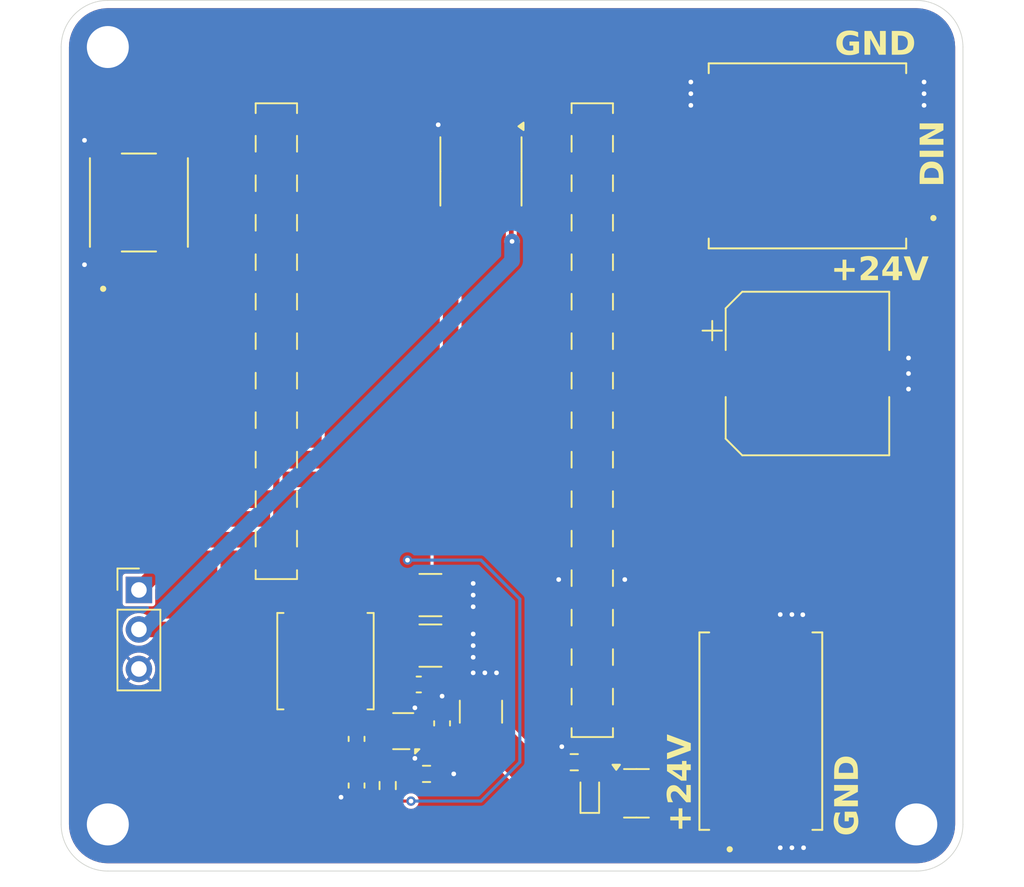
<source format=kicad_pcb>
(kicad_pcb (version 20241229) (generator "pcbnew") (generator_version "9.0")
  (layers (0 "F.Cu" signal) (2 "B.Cu" signal) (13 "F.Paste" user) (15 "B.Paste" user) (5 "F.SilkS" user "F.Silkscreen") (7 "B.SilkS" user "B.Silkscreen") (1 "F.Mask" user) (3 "B.Mask" user) (25 "Edge.Cuts" user))
  (net 0 "")
  (net 1 "GND")
  (net 2 "/regulator_in")
  (net 3 "Net-(U1-SS)")
  (net 4 "Net-(U1-BST)")
  (net 5 "Net-(U1-SW)")
  (net 6 "+5V")
  (net 7 "Net-(D1-A)")
  (net 8 "+24V")
  (net 9 "/D_{IN}")
  (net 10 "+3.3V")
  (net 11 "Net-(U1-FB)")
  (net 12 "Net-(U2-P0.04)")
  (net 33 "Net-(U2-P0.20)")
  (footprint "B3FS-1010:SW_B3FS-1010P" (layer "F.Cu") (at 26 34 90)
    (property "Reference" "S1" (hide yes))
    (property "Value" "B3FS-1010P")
    (fp_line (start -2.85 -3.15) (end 2.85 -3.15) (stroke (width 0.127)) (layer "F.SilkS"))
    (fp_line (start 3.15 -1.1) (end 3.15 1.1) (stroke (width 0.127)) (layer "F.SilkS"))
    (fp_line (start -3.15 1.1) (end -3.15 -1.1) (stroke (width 0.127)) (layer "F.SilkS"))
    (fp_line (start -2.85 3.15) (end 2.85 3.15) (stroke (width 0.127)) (layer "F.SilkS"))
    (fp_circle (center -5.55 -2.3) (end -5.45 -2.3) (stroke (width 0.2)) (fill no) (layer "F.SilkS"))
    (pad "1" smd rect (at -4 -2.25 90) (size 1.6 1.4) (layers "F.Cu" "F.Mask" "F.Paste") (net 1 "GND"))
    (pad "1" smd rect (at 4 -2.25 90) (size 1.6 1.4) (layers "F.Cu" "F.Mask" "F.Paste") (net 1 "GND"))
    (pad "2" smd rect (at -4 2.25 90) (size 1.6 1.4) (layers "F.Cu" "F.Mask" "F.Paste") (net 12 "Net-(U2-P0.04)"))
    (pad "2" smd rect (at 4 2.25 90) (size 1.6 1.4) (layers "F.Cu" "F.Mask" "F.Paste") (net 12 "Net-(U2-P0.04)"))
  )
  (footprint "MountingHole:MountingHole_2.7mm_M2.5_ISO7380_Pad" (layer "F.Cu") (at 24 24)
    (property "Reference" "H1" (hide yes))
    (property "Value" "MountingHole_Pad")
    (pad "1" thru_hole circle (at 0 0) (size 4.5 4.5) (drill 2.7) (layers "*.Cu" "*.Mask") (net 1 "GND"))
  )
  (footprint "Capacitor_SMD:C_0603_1608Metric" (layer "F.Cu") (at 44 65)
    (property "Reference" "C5" (hide yes))
    (property "Value" "0.1uF")
    (fp_line (start -0.14058 -0.51) (end 0.14058 -0.51) (stroke (width 0.12)) (layer "F.SilkS"))
    (fp_line (start -0.14058 0.51) (end 0.14058 0.51) (stroke (width 0.12)) (layer "F.SilkS"))
    (pad "1" smd roundrect (at -0.775 0) (size 0.9 0.95) (layers "F.Cu" "F.Mask" "F.Paste") (net 6 "+5V"))
    (pad "2" smd roundrect (at 0.775 0) (size 0.9 0.95) (layers "F.Cu" "F.Mask" "F.Paste") (net 1 "GND"))
  )
  (footprint "Resistor_SMD:R_0603_1608Metric" (layer "F.Cu") (at 42 71.5 90)
    (property "Reference" "R2" (hide yes))
    (property "Value" "Vchoice")
    (fp_line (start -0.237258 -0.5225) (end 0.237258 -0.5225) (stroke (width 0.12)) (layer "F.SilkS"))
    (fp_line (start -0.237258 0.5225) (end 0.237258 0.5225) (stroke (width 0.12)) (layer "F.SilkS"))
    (pad "1" smd roundrect (at -0.825 0 90) (size 0.8 0.95) (layers "F.Cu" "F.Mask" "F.Paste") (net 6 "+5V"))
    (pad "2" smd roundrect (at 0.825 0 90) (size 0.8 0.95) (layers "F.Cu" "F.Mask" "F.Paste") (net 11 "Net-(U1-FB)"))
  )
  (footprint "Capacitor_SMD:CP_Elec_10x10" (layer "F.Cu") (at 69 45)
    (property "Reference" "C8" (hide yes))
    (property "Value" "C_Polarized")
    (fp_line (start -6.75 -2.76) (end -5.5 -2.76) (stroke (width 0.12)) (layer "F.SilkS"))
    (fp_line (start -6.125 -3.385) (end -6.125 -2.135) (stroke (width 0.12)) (layer "F.SilkS"))
    (fp_line (start -5.26 -4.195563) (end -5.26 -1.51) (stroke (width 0.12)) (layer "F.SilkS"))
    (fp_line (start -5.26 -4.195563) (end -4.195563 -5.26) (stroke (width 0.12)) (layer "F.SilkS"))
    (fp_line (start -5.26 4.195563) (end -5.26 1.51) (stroke (width 0.12)) (layer "F.SilkS"))
    (fp_line (start -5.26 4.195563) (end -4.195563 5.26) (stroke (width 0.12)) (layer "F.SilkS"))
    (fp_line (start -4.195563 -5.26) (end 5.26 -5.26) (stroke (width 0.12)) (layer "F.SilkS"))
    (fp_line (start -4.195563 5.26) (end 5.26 5.26) (stroke (width 0.12)) (layer "F.SilkS"))
    (fp_line (start 5.26 -5.26) (end 5.26 -1.51) (stroke (width 0.12)) (layer "F.SilkS"))
    (fp_line (start 5.26 5.26) (end 5.26 1.51) (stroke (width 0.12)) (layer "F.SilkS"))
    (pad "1" smd roundrect (at -4 0) (size 4 2.5) (layers "F.Cu" "F.Mask" "F.Paste") (roundrect_rratio 0.1) (net 8 "+24V"))
    (pad "2" smd roundrect (at 4 0) (size 4 2.5) (layers "F.Cu" "F.Mask" "F.Paste") (roundrect_rratio 0.1) (net 1 "GND"))
  )
  (footprint "Connector_PinHeader_2.54mm:PinHeader_1x03_P2.54mm_Vertical" (layer "F.Cu") (at 26 58.92)
    (property "Reference" "J3" (hide yes))
    (property "Value" "Conn_01x03_Pin")
    (fp_line (start -1.38 -1.38) (end 0 -1.38) (stroke (width 0.12)) (layer "F.SilkS"))
    (fp_line (start -1.38 0) (end -1.38 -1.38) (stroke (width 0.12)) (layer "F.SilkS"))
    (fp_line (start -1.38 1.27) (end -1.38 6.46) (stroke (width 0.12)) (layer "F.SilkS"))
    (fp_line (start -1.38 1.27) (end 1.38 1.27) (stroke (width 0.12)) (layer "F.SilkS"))
    (fp_line (start -1.38 6.46) (end 1.38 6.46) (stroke (width 0.12)) (layer "F.SilkS"))
    (fp_line (start 1.38 1.27) (end 1.38 6.46) (stroke (width 0.12)) (layer "F.SilkS"))
    (pad "1" thru_hole rect (at 0 0) (size 1.7 1.7) (drill 1) (layers "*.Cu" "*.Mask") (net 10 "+3.3V"))
    (pad "2" thru_hole circle (at 0 2.54) (size 1.7 1.7) (drill 1) (layers "*.Cu" "*.Mask") (net 6 "+5V"))
    (pad "3" thru_hole circle (at 0 5.08) (size 1.7 1.7) (drill 1) (layers "*.Cu" "*.Mask") (net 1 "GND"))
  )
  (footprint "Capacitor_SMD:C_0603_1608Metric" (layer "F.Cu") (at 40 71.5 -90)
    (property "Reference" "C3" (hide yes))
    (property "Value" "100nF")
    (fp_line (start -0.14058 0.51) (end 0.14058 0.51) (stroke (width 0.12)) (layer "F.SilkS"))
    (fp_line (start -0.14058 -0.51) (end 0.14058 -0.51) (stroke (width 0.12)) (layer "F.SilkS"))
    (pad "1" smd roundrect (at -0.775 0 270) (size 0.9 0.95) (layers "F.Cu" "F.Mask" "F.Paste") (net 3 "Net-(U1-SS)"))
    (pad "2" smd roundrect (at 0.775 0 270) (size 0.9 0.95) (layers "F.Cu" "F.Mask" "F.Paste") (net 1 "GND"))
  )
  (footprint "pink_panda:pink_panda_SMD" (layer "F.Cu") (at 45 48)
    (property "Reference" "U2" (hide yes))
    (property "Value" "Pink Panda v2.1.0")
    (fp_line (start -11.49 -20.38) (end -11.49 -19.75) (stroke (width 0.12)) (layer "F.SilkS"))
    (fp_line (start -11.49 -20.38) (end -8.83 -20.38) (stroke (width 0.12)) (layer "F.SilkS"))
    (fp_line (start -11.49 -18.288) (end -11.49 -17.272) (stroke (width 0.12)) (layer "F.SilkS"))
    (fp_line (start -11.49 -15.748) (end -11.49 -14.732) (stroke (width 0.12)) (layer "F.SilkS"))
    (fp_line (start -11.49 -13.208) (end -11.49 -12.192) (stroke (width 0.12)) (layer "F.SilkS"))
    (fp_line (start -11.49 -10.668) (end -11.49 -9.652) (stroke (width 0.12)) (layer "F.SilkS"))
    (fp_line (start -11.49 -8.128) (end -11.49 -7.112) (stroke (width 0.12)) (layer "F.SilkS"))
    (fp_line (start -11.49 -5.588) (end -11.49 -4.572) (stroke (width 0.12)) (layer "F.SilkS"))
    (fp_line (start -11.49 -3.048) (end -11.49 -2.032) (stroke (width 0.12)) (layer "F.SilkS"))
    (fp_line (start -11.49 -0.508) (end -11.49 0.508) (stroke (width 0.12)) (layer "F.SilkS"))
    (fp_line (start -11.49 2.032) (end -11.49 3.048) (stroke (width 0.12)) (layer "F.SilkS"))
    (fp_line (start -11.49 4.572) (end -11.49 5.588) (stroke (width 0.12)) (layer "F.SilkS"))
    (fp_line (start -11.49 7.112) (end -11.49 8.128) (stroke (width 0.12)) (layer "F.SilkS"))
    (fp_line (start -11.49 9.65) (end -11.49 10.22) (stroke (width 0.12)) (layer "F.SilkS"))
    (fp_line (start -11.49 10.22) (end -8.83 10.22) (stroke (width 0.12)) (layer "F.SilkS"))
    (fp_line (start -8.83 -20.38) (end -8.83 -19.75) (stroke (width 0.12)) (layer "F.SilkS"))
    (fp_line (start -8.83 -18.288) (end -8.83 -17.272) (stroke (width 0.12)) (layer "F.SilkS"))
    (fp_line (start -8.83 -15.748) (end -8.83 -14.732) (stroke (width 0.12)) (layer "F.SilkS"))
    (fp_line (start -8.83 -13.208) (end -8.83 -12.192) (stroke (width 0.12)) (layer "F.SilkS"))
    (fp_line (start -8.83 -10.668) (end -8.83 -9.652) (stroke (width 0.12)) (layer "F.SilkS"))
    (fp_line (start -8.83 -8.128) (end -8.83 -7.112) (stroke (width 0.12)) (layer "F.SilkS"))
    (fp_line (start -8.83 -5.588) (end -8.83 -4.572) (stroke (width 0.12)) (layer "F.SilkS"))
    (fp_line (start -8.83 -3.048) (end -8.83 -2.032) (stroke (width 0.12)) (layer "F.SilkS"))
    (fp_line (start -8.83 -0.508) (end -8.83 0.508) (stroke (width 0.12)) (layer "F.SilkS"))
    (fp_line (start -8.83 2.032) (end -8.83 3.048) (stroke (width 0.12)) (layer "F.SilkS"))
    (fp_line (start -8.83 4.572) (end -8.83 5.588) (stroke (width 0.12)) (layer "F.SilkS"))
    (fp_line (start -8.83 7.112) (end -8.83 8.128) (stroke (width 0.12)) (layer "F.SilkS"))
    (fp_line (start -8.83 9.65) (end -8.83 10.22) (stroke (width 0.12)) (layer "F.SilkS"))
    (fp_line (start 8.83 -20.38) (end 8.83 -19.75) (stroke (width 0.12)) (layer "F.SilkS"))
    (fp_line (start 8.83 -20.38) (end 11.49 -20.38) (stroke (width 0.12)) (layer "F.SilkS"))
    (fp_line (start 8.83 -18.288) (end 8.83 -17.272) (stroke (width 0.12)) (layer "F.SilkS"))
    (fp_line (start 8.83 -15.748) (end 8.83 -14.732) (stroke (width 0.12)) (layer "F.SilkS"))
    (fp_line (start 8.83 -13.208) (end 8.83 -12.192) (stroke (width 0.12)) (layer "F.SilkS"))
    (fp_line (start 8.83 -10.668) (end 8.83 -9.652) (stroke (width 0.12)) (layer "F.SilkS"))
    (fp_line (start 8.83 -8.128) (end 8.83 -7.112) (stroke (width 0.12)) (layer "F.SilkS"))
    (fp_line (start 8.83 -5.588) (end 8.83 -4.572) (stroke (width 0.12)) (layer "F.SilkS"))
    (fp_line (start 8.83 -3.048) (end 8.83 -2.032) (stroke (width 0.12)) (layer "F.SilkS"))
    (fp_line (start 8.83 -0.508) (end 8.83 0.508) (stroke (width 0.12)) (layer "F.SilkS"))
    (fp_line (start 8.83 2.032) (end 8.83 3.048) (stroke (width 0.12)) (layer "F.SilkS"))
    (fp_line (start 8.83 4.572) (end 8.83 5.588) (stroke (width 0.12)) (layer "F.SilkS"))
    (fp_line (start 8.83 7.112) (end 8.83 8.128) (stroke (width 0.12)) (layer "F.SilkS"))
    (fp_line (start 8.83 9.652) (end 8.83 10.668) (stroke (width 0.12)) (layer "F.SilkS"))
    (fp_line (start 8.83 12.192) (end 8.83 13.208) (stroke (width 0.12)) (layer "F.SilkS"))
    (fp_line (start 8.83 14.732) (end 8.83 15.748) (stroke (width 0.12)) (layer "F.SilkS"))
    (fp_line (start 8.83 17.272) (end 8.83 18.288) (stroke (width 0.12)) (layer "F.SilkS"))
    (fp_line (start 8.83 19.81) (end 8.83 20.38) (stroke (width 0.12)) (layer "F.SilkS"))
    (fp_line (start 8.83 20.38) (end 11.49 20.38) (stroke (width 0.12)) (layer "F.SilkS"))
    (fp_line (start 11.49 -20.38) (end 11.49 -19.75) (stroke (width 0.12)) (layer "F.SilkS"))
    (fp_line (start 11.49 -18.288) (end 11.49 -17.272) (stroke (width 0.12)) (layer "F.SilkS"))
    (fp_line (start 11.49 -15.748) (end 11.49 -14.732) (stroke (width 0.12)) (layer "F.SilkS"))
    (fp_line (start 11.49 -13.208) (end 11.49 -12.192) (stroke (width 0.12)) (layer "F.SilkS"))
    (fp_line (start 11.49 -10.668) (end 11.49 -9.652) (stroke (width 0.12)) (layer "F.SilkS"))
    (fp_line (start 11.49 -8.128) (end 11.49 -7.112) (stroke (width 0.12)) (layer "F.SilkS"))
    (fp_line (start 11.49 -5.588) (end 11.49 -4.572) (stroke (width 0.12)) (layer "F.SilkS"))
    (fp_line (start 11.49 -3.048) (end 11.49 -2.032) (stroke (width 0.12)) (layer "F.SilkS"))
    (fp_line (start 11.49 -0.508) (end 11.49 0.508) (stroke (width 0.12)) (layer "F.SilkS"))
    (fp_line (start 11.49 2.032) (end 11.49 3.048) (stroke (width 0.12)) (layer "F.SilkS"))
    (fp_line (start 11.49 4.572) (end 11.49 5.588) (stroke (width 0.12)) (layer "F.SilkS"))
    (fp_line (start 11.49 7.112) (end 11.49 8.128) (stroke (width 0.12)) (layer "F.SilkS"))
    (fp_line (start 11.49 9.652) (end 11.49 10.668) (stroke (width 0.12)) (layer "F.SilkS"))
    (fp_line (start 11.49 12.192) (end 11.49 13.208) (stroke (width 0.12)) (layer "F.SilkS"))
    (fp_line (start 11.49 14.732) (end 11.49 15.748) (stroke (width 0.12)) (layer "F.SilkS"))
    (fp_line (start 11.49 17.272) (end 11.49 18.288) (stroke (width 0.12)) (layer "F.SilkS"))
    (fp_line (start 11.49 19.81) (end 11.49 20.38) (stroke (width 0.12)) (layer "F.SilkS"))
    (pad "1" smd rect (at -11.815 -19.05) (size 2.51 1) (layers "F.Cu" "F.Mask" "F.Paste"))
    (pad "1" smd rect (at -8.505 -19.05) (size 2.51 1) (layers "F.Cu" "F.Mask" "F.Paste"))
    (pad "2" smd rect (at -11.815 -16.51) (size 2.51 1) (layers "F.Cu" "F.Mask" "F.Paste"))
    (pad "2" smd rect (at -8.505 -16.51) (size 2.51 1) (layers "F.Cu" "F.Mask" "F.Paste"))
    (pad "3" smd rect (at -11.815 -13.97) (size 2.51 1) (layers "F.Cu" "F.Mask" "F.Paste") (net 12 "Net-(U2-P0.04)"))
    (pad "3" smd rect (at -8.505 -13.97) (size 2.51 1) (layers "F.Cu" "F.Mask" "F.Paste") (net 12 "Net-(U2-P0.04)"))
    (pad "4" smd rect (at -11.815 -11.43) (size 2.51 1) (layers "F.Cu" "F.Mask" "F.Paste"))
    (pad "4" smd rect (at -8.505 -11.43) (size 2.51 1) (layers "F.Cu" "F.Mask" "F.Paste"))
    (pad "5" smd rect (at -11.815 -8.89) (size 2.51 1) (layers "F.Cu" "F.Mask" "F.Paste"))
    (pad "5" smd rect (at -8.505 -8.89) (size 2.51 1) (layers "F.Cu" "F.Mask" "F.Paste"))
    (pad "6" smd rect (at -11.815 -6.35) (size 2.51 1) (layers "F.Cu" "F.Mask" "F.Paste"))
    (pad "6" smd rect (at -8.505 -6.35) (size 2.51 1) (layers "F.Cu" "F.Mask" "F.Paste"))
    (pad "7" smd rect (at -11.815 -3.81) (size 2.51 1) (layers "F.Cu" "F.Mask" "F.Paste"))
    (pad "7" smd rect (at -8.505 -3.81) (size 2.51 1) (layers "F.Cu" "F.Mask" "F.Paste"))
    (pad "8" smd rect (at -11.815 -1.27) (size 2.51 1) (layers "F.Cu" "F.Mask" "F.Paste"))
    (pad "8" smd rect (at -8.505 -1.27) (size 2.51 1) (layers "F.Cu" "F.Mask" "F.Paste"))
    (pad "9" smd rect (at -11.815 1.27) (size 2.51 1) (layers "F.Cu" "F.Mask" "F.Paste"))
    (pad "9" smd rect (at -8.505 1.27) (size 2.51 1) (layers "F.Cu" "F.Mask" "F.Paste"))
    (pad "10" smd rect (at -11.815 3.81) (size 2.51 1) (layers "F.Cu" "F.Mask" "F.Paste"))
    (pad "10" smd rect (at -8.505 3.81) (size 2.51 1) (layers "F.Cu" "F.Mask" "F.Paste"))
    (pad "11" smd rect (at -11.815 6.35) (size 2.51 1) (layers "F.Cu" "F.Mask" "F.Paste"))
    (pad "11" smd rect (at -8.505 6.35) (size 2.51 1) (layers "F.Cu" "F.Mask" "F.Paste"))
    (pad "12" smd rect (at -11.815 8.89) (size 2.51 1) (layers "F.Cu" "F.Mask" "F.Paste") (net 6 "+5V"))
    (pad "12" smd rect (at -8.505 8.89) (size 2.51 1) (layers "F.Cu" "F.Mask" "F.Paste") (net 6 "+5V"))
    (pad "13" smd rect (at 8.505 -19.05) (size 2.51 1) (layers "F.Cu" "F.Mask" "F.Paste") (net 33 "Net-(U2-P0.20)"))
    (pad "13" smd rect (at 11.815 -19.05) (size 2.51 1) (layers "F.Cu" "F.Mask" "F.Paste") (net 33 "Net-(U2-P0.20)"))
    (pad "14" smd rect (at 8.505 -16.51) (size 2.51 1) (layers "F.Cu" "F.Mask" "F.Paste"))
    (pad "14" smd rect (at 11.815 -16.51) (size 2.51 1) (layers "F.Cu" "F.Mask" "F.Paste"))
    (pad "15" smd rect (at 8.505 -13.97) (size 2.51 1) (layers "F.Cu" "F.Mask" "F.Paste"))
    (pad "15" smd rect (at 11.815 -13.97) (size 2.51 1) (layers "F.Cu" "F.Mask" "F.Paste"))
    (pad "16" smd rect (at 8.505 -11.43) (size 2.51 1) (layers "F.Cu" "F.Mask" "F.Paste"))
    (pad "16" smd rect (at 11.815 -11.43) (size 2.51 1) (layers "F.Cu" "F.Mask" "F.Paste"))
    (pad "17" smd rect (at 8.505 -8.89) (size 2.51 1) (layers "F.Cu" "F.Mask" "F.Paste"))
    (pad "17" smd rect (at 11.815 -8.89) (size 2.51 1) (layers "F.Cu" "F.Mask" "F.Paste"))
    (pad "18" smd rect (at 8.505 -6.35) (size 2.51 1) (layers "F.Cu" "F.Mask" "F.Paste"))
    (pad "18" smd rect (at 11.815 -6.35) (size 2.51 1) (layers "F.Cu" "F.Mask" "F.Paste"))
    (pad "19" smd rect (at 8.505 -3.81) (size 2.51 1) (layers "F.Cu" "F.Mask" "F.Paste"))
    (pad "19" smd rect (at 11.815 -3.81) (size 2.51 1) (layers "F.Cu" "F.Mask" "F.Paste"))
    (pad "20" smd rect (at 8.505 -1.27) (size 2.51 1) (layers "F.Cu" "F.Mask" "F.Paste"))
    (pad "20" smd rect (at 11.815 -1.27) (size 2.51 1) (layers "F.Cu" "F.Mask" "F.Paste"))
    (pad "21" smd rect (at 8.505 1.27) (size 2.51 1) (layers "F.Cu" "F.Mask" "F.Paste"))
    (pad "21" smd rect (at 11.815 1.27) (size 2.51 1) (layers "F.Cu" "F.Mask" "F.Paste"))
    (pad "22" smd rect (at 8.505 3.81) (size 2.51 1) (layers "F.Cu" "F.Mask" "F.Paste"))
    (pad "22" smd rect (at 11.815 3.81) (size 2.51 1) (layers "F.Cu" "F.Mask" "F.Paste"))
    (pad "23" smd rect (at 8.505 6.35) (size 2.51 1) (layers "F.Cu" "F.Mask" "F.Paste"))
    (pad "23" smd rect (at 11.815 6.35) (size 2.51 1) (layers "F.Cu" "F.Mask" "F.Paste"))
    (pad "24" smd rect (at 8.505 8.89) (size 2.51 1) (layers "F.Cu" "F.Mask" "F.Paste"))
    (pad "24" smd rect (at 11.815 8.89) (size 2.51 1) (layers "F.Cu" "F.Mask" "F.Paste"))
    (pad "25" smd rect (at 8.505 11.43) (size 2.51 1) (layers "F.Cu" "F.Mask" "F.Paste") (net 1 "GND"))
    (pad "25" smd rect (at 11.815 11.43) (size 2.51 1) (layers "F.Cu" "F.Mask" "F.Paste") (net 1 "GND"))
    (pad "26" smd rect (at 8.505 13.97) (size 2.51 1) (layers "F.Cu" "F.Mask" "F.Paste"))
    (pad "26" smd rect (at 11.815 13.97) (size 2.51 1) (layers "F.Cu" "F.Mask" "F.Paste"))
    (pad "27" smd rect (at 8.505 16.51) (size 2.51 1) (layers "F.Cu" "F.Mask" "F.Paste") (net 10 "+3.3V"))
    (pad "27" smd rect (at 11.815 16.51) (size 2.51 1) (layers "F.Cu" "F.Mask" "F.Paste") (net 10 "+3.3V"))
    (pad "28" smd rect (at 8.505 19.05) (size 2.51 1) (layers "F.Cu" "F.Mask" "F.Paste"))
    (pad "28" smd rect (at 11.815 19.05) (size 2.51 1) (layers "F.Cu" "F.Mask" "F.Paste"))
  )
  (footprint "Resistor_SMD:R_0603_1608Metric" (layer "F.Cu") (at 44.5 70.75)
    (property "Reference" "R3" (hide yes))
    (property "Value" "10k")
    (fp_line (start -0.237258 -0.5225) (end 0.237258 -0.5225) (stroke (width 0.12)) (layer "F.SilkS"))
    (fp_line (start -0.237258 0.5225) (end 0.237258 0.5225) (stroke (width 0.12)) (layer "F.SilkS"))
    (pad "1" smd roundrect (at -0.825 0) (size 0.8 0.95) (layers "F.Cu" "F.Mask" "F.Paste") (net 11 "Net-(U1-FB)"))
    (pad "2" smd roundrect (at 0.825 0) (size 0.8 0.95) (layers "F.Cu" "F.Mask" "F.Paste") (net 1 "GND"))
  )
  (footprint "Capacitor_SMD:C_1210_3225Metric" (layer "F.Cu") (at 48 66.75 90)
    (property "Reference" "C1" (hide yes))
    (property "Value" "22uF")
    (fp_line (start -0.711252 -1.36) (end 0.711252 -1.36) (stroke (width 0.12)) (layer "F.SilkS"))
    (fp_line (start -0.711252 1.36) (end 0.711252 1.36) (stroke (width 0.12)) (layer "F.SilkS"))
    (pad "1" smd roundrect (at -1.475 0 90) (size 1.15 2.7) (layers "F.Cu" "F.Mask" "F.Paste") (roundrect_rratio 0.217391) (net 2 "/regulator_in"))
    (pad "2" smd roundrect (at 1.475 0 90) (size 1.15 2.7) (layers "F.Cu" "F.Mask" "F.Paste") (roundrect_rratio 0.217391) (net 1 "GND"))
  )
  (footprint "Capacitor_SMD:C_1210_3225Metric" (layer "F.Cu") (at 44.75 62.5)
    (property "Reference" "C6" (hide yes))
    (property "Value" "22uF")
    (fp_line (start -0.711252 -1.36) (end 0.711252 -1.36) (stroke (width 0.12)) (layer "F.SilkS"))
    (fp_line (start -0.711252 1.36) (end 0.711252 1.36) (stroke (width 0.12)) (layer "F.SilkS"))
    (pad "1" smd roundrect (at -1.475 0) (size 1.15 2.7) (layers "F.Cu" "F.Mask" "F.Paste") (roundrect_rratio 0.217391) (net 6 "+5V"))
    (pad "2" smd roundrect (at 1.475 0) (size 1.15 2.7) (layers "F.Cu" "F.Mask" "F.Paste") (roundrect_rratio 0.217391) (net 1 "GND"))
  )
  (footprint "Capacitor_SMD:C_1210_3225Metric" (layer "F.Cu") (at 44.75 59.25)
    (property "Reference" "C7" (hide yes))
    (property "Value" "22uF")
    (fp_line (start -0.711252 -1.36) (end 0.711252 -1.36) (stroke (width 0.12)) (layer "F.SilkS"))
    (fp_line (start -0.711252 1.36) (end 0.711252 1.36) (stroke (width 0.12)) (layer "F.SilkS"))
    (pad "1" smd roundrect (at -1.475 0) (size 1.15 2.7) (layers "F.Cu" "F.Mask" "F.Paste") (roundrect_rratio 0.217391) (net 6 "+5V"))
    (pad "2" smd roundrect (at 1.475 0) (size 1.15 2.7) (layers "F.Cu" "F.Mask" "F.Paste") (roundrect_rratio 0.217391) (net 1 "GND"))
  )
  (footprint "SO:TSSOP-14_4.4x5mm_P0.65mm" (layer "F.Cu") (at 48 32 -90)
    (property "Reference" "U3" (hide yes))
    (property "Value" "~")
    (fp_line (start 0 2.61) (end -2.2 2.61) (stroke (width 0.12)) (layer "F.SilkS"))
    (fp_line (start 0 2.61) (end 2.2 2.61) (stroke (width 0.12)) (layer "F.SilkS"))
    (fp_line (start 0 -2.61) (end -2.2 -2.61) (stroke (width 0.12)) (layer "F.SilkS"))
    (fp_line (start 0 -2.61) (end 2.2 -2.61) (stroke (width 0.12)) (layer "F.SilkS"))
    (fp_poly (pts (xy -2.9 -2.41) (xy -3.14 -2.74) (xy -2.66 -2.74) (xy -2.9 -2.41)) (stroke (width 0.12)) (fill yes) (layer "F.SilkS"))
    (pad "1" smd roundrect (at -2.8625 -1.95 270) (size 1.475 0.4) (layers "F.Cu" "F.Mask" "F.Paste") (net 10 "+3.3V"))
    (pad "2" smd roundrect (at -2.8625 -1.3 270) (size 1.475 0.4) (layers "F.Cu" "F.Mask" "F.Paste") (net 33 "Net-(U2-P0.20)"))
    (pad "3" smd roundrect (at -2.8625 -0.65 270) (size 1.475 0.4) (layers "F.Cu" "F.Mask" "F.Paste"))
    (pad "4" smd roundrect (at -2.8625 0 270) (size 1.475 0.4) (layers "F.Cu" "F.Mask" "F.Paste"))
    (pad "5" smd roundrect (at -2.8625 0.65 270) (size 1.475 0.4) (layers "F.Cu" "F.Mask" "F.Paste"))
    (pad "6" smd roundrect (at -2.8625 1.3 270) (size 1.475 0.4) (layers "F.Cu" "F.Mask" "F.Paste"))
    (pad "7" smd roundrect (at -2.8625 1.95 270) (size 1.475 0.4) (layers "F.Cu" "F.Mask" "F.Paste") (net 1 "GND"))
    (pad "8" smd roundrect (at 2.8625 1.95 270) (size 1.475 0.4) (layers "F.Cu" "F.Mask" "F.Paste") (net 10 "+3.3V"))
    (pad "9" smd roundrect (at 2.8625 1.3 270) (size 1.475 0.4) (layers "F.Cu" "F.Mask" "F.Paste"))
    (pad "10" smd roundrect (at 2.8625 0.65 270) (size 1.475 0.4) (layers "F.Cu" "F.Mask" "F.Paste"))
    (pad "11" smd roundrect (at 2.8625 0 270) (size 1.475 0.4) (layers "F.Cu" "F.Mask" "F.Paste"))
    (pad "12" smd roundrect (at 2.8625 -0.65 270) (size 1.475 0.4) (layers "F.Cu" "F.Mask" "F.Paste"))
    (pad "13" smd roundrect (at 2.8625 -1.3 270) (size 1.475 0.4) (layers "F.Cu" "F.Mask" "F.Paste") (net 9 "/D_{IN}"))
    (pad "14" smd roundrect (at 2.8625 -1.95 270) (size 1.475 0.4) (layers "F.Cu" "F.Mask" "F.Paste") (net 6 "+5V"))
  )
  (footprint "Resistor_SMD:R_0603_1608Metric" (layer "F.Cu") (at 54 70 180)
    (property "Reference" "R1" (hide yes))
    (property "Value" "100k")
    (fp_line (start -0.237258 0.5225) (end 0.237258 0.5225) (stroke (width 0.12)) (layer "F.SilkS"))
    (fp_line (start -0.237258 -0.5225) (end 0.237258 -0.5225) (stroke (width 0.12)) (layer "F.SilkS"))
    (pad "1" smd roundrect (at -0.825 0 180) (size 0.8 0.95) (layers "F.Cu" "F.Mask" "F.Paste") (net 7 "Net-(D1-A)"))
    (pad "2" smd roundrect (at 0.825 0 180) (size 0.8 0.95) (layers "F.Cu" "F.Mask" "F.Paste") (net 1 "GND"))
  )
  (footprint "Capacitor_SMD:C_0603_1608Metric" (layer "F.Cu") (at 40 68.5 90)
    (property "Reference" "C4" (hide yes))
    (property "Value" "100nF")
    (fp_line (start -0.14058 -0.51) (end 0.14058 -0.51) (stroke (width 0.12)) (layer "F.SilkS"))
    (fp_line (start -0.14058 0.51) (end 0.14058 0.51) (stroke (width 0.12)) (layer "F.SilkS"))
    (pad "1" smd roundrect (at -0.775 0 90) (size 0.9 0.95) (layers "F.Cu" "F.Mask" "F.Paste") (net 4 "Net-(U1-BST)"))
    (pad "2" smd roundrect (at 0.775 0 90) (size 0.9 0.95) (layers "F.Cu" "F.Mask" "F.Paste") (net 5 "Net-(U1-SW)"))
  )
  (footprint "MountingHole:MountingHole_2.7mm_M2.5_ISO7380_Pad" (layer "F.Cu") (at 76 74)
    (property "Reference" "H4" (hide yes))
    (property "Value" "MountingHole_Pad")
    (pad "1" thru_hole circle (at 0 0) (size 4.5 4.5) (drill 2.7) (layers "*.Cu" "*.Mask") (net 1 "GND"))
  )
  (footprint "SOT:SOT-23F" (layer "F.Cu") (at 58 72)
    (property "Reference" "Q1" (hide yes))
    (property "Value" "Q_Toshiba_SSM3J328R")
    (fp_line (start 0 -1.56) (end -0.8 -1.56) (stroke (width 0.12)) (layer "F.SilkS"))
    (fp_line (start 0 -1.56) (end 0.8 -1.56) (stroke (width 0.12)) (layer "F.SilkS"))
    (fp_line (start 0 1.56) (end -0.8 1.56) (stroke (width 0.12)) (layer "F.SilkS"))
    (fp_line (start 0 1.56) (end 0.8 1.56) (stroke (width 0.12)) (layer "F.SilkS"))
    (fp_poly (pts (xy -1.3 -1.51) (xy -1.54 -1.84) (xy -1.06 -1.84) (xy -1.3 -1.51)) (stroke (width 0.12)) (fill yes) (layer "F.SilkS"))
    (pad "1" smd roundrect (at -1.1 -0.95) (size 0.9 0.8) (layers "F.Cu" "F.Mask" "F.Paste") (net 7 "Net-(D1-A)"))
    (pad "2" smd roundrect (at -1.1 0.95) (size 0.9 0.8) (layers "F.Cu" "F.Mask" "F.Paste") (net 2 "/regulator_in"))
    (pad "3" smd roundrect (at 1.1 0) (size 0.9 0.8) (layers "F.Cu" "F.Mask" "F.Paste") (net 8 "+24V"))
  )
  (footprint "MountingHole:MountingHole_2.7mm_M2.5_ISO7380_Pad" (layer "F.Cu") (at 24 74)
    (property "Reference" "H3" (hide yes))
    (property "Value" "MountingHole_Pad")
    (pad "1" thru_hole circle (at 0 0) (size 4.5 4.5) (drill 2.7) (layers "*.Cu" "*.Mask") (net 1 "GND"))
  )
  (footprint "Inductor:L_TDK_VLS6045EX_VLS6045AF" (layer "F.Cu") (at 38 63.5 90)
    (property "Reference" "L1" (hide yes))
    (property "Value" "6.8uH")
    (fp_line (start 3.1 -3.1) (end 3.1 -2.7) (stroke (width 0.12)) (layer "F.SilkS"))
    (fp_line (start -3.1 -3.1) (end 3.1 -3.1) (stroke (width 0.12)) (layer "F.SilkS"))
    (fp_line (start -3.1 -3.1) (end -3.1 -2.7) (stroke (width 0.12)) (layer "F.SilkS"))
    (fp_line (start 3.1 3.1) (end 3.1 2.7) (stroke (width 0.12)) (layer "F.SilkS"))
    (fp_line (start -3.1 3.1) (end -3.1 2.7) (stroke (width 0.12)) (layer "F.SilkS"))
    (fp_line (start -3.1 3.1) (end 3.1 3.1) (stroke (width 0.12)) (layer "F.SilkS"))
    (pad "1" smd roundrect (at -2.1 0 90) (size 1.9 5.1) (layers "F.Cu" "F.Mask" "F.Paste") (net 5 "Net-(U1-SW)"))
    (pad "2" smd roundrect (at 2.1 0 90) (size 1.9 5.1) (layers "F.Cu" "F.Mask" "F.Paste") (net 6 "+5V"))
  )
  (footprint "Capacitor_SMD:C_0603_1608Metric" (layer "F.Cu") (at 45.5 67.5 90)
    (property "Reference" "C2" (hide yes))
    (property "Value" "0.1uF")
    (fp_line (start -0.14058 -0.51) (end 0.14058 -0.51) (stroke (width 0.12)) (layer "F.SilkS"))
    (fp_line (start -0.14058 0.51) (end 0.14058 0.51) (stroke (width 0.12)) (layer "F.SilkS"))
    (pad "1" smd roundrect (at -0.775 0 90) (size 0.9 0.95) (layers "F.Cu" "F.Mask" "F.Paste") (net 2 "/regulator_in"))
    (pad "2" smd roundrect (at 0.775 0 90) (size 0.9 0.95) (layers "F.Cu" "F.Mask" "F.Paste") (net 1 "GND"))
  )
  (footprint "Connector_Wire-to-Board:WAGO_2060-453-998-404" (layer "F.Cu") (at 69 31 180)
    (property "Reference" "J2" (hide yes))
    (property "Value" "WAGO_2060-453-998-404")
    (fp_line (start 6.35 5.95) (end 6.35 5.32) (stroke (width 0.127)) (layer "F.SilkS"))
    (fp_line (start 6.35 -5.32) (end 6.35 -5.95) (stroke (width 0.127)) (layer "F.SilkS"))
    (fp_line (start 6.35 -5.95) (end -6.35 -5.95) (stroke (width 0.127)) (layer "F.SilkS"))
    (fp_line (start -6.35 5.95) (end 6.35 5.95) (stroke (width 0.127)) (layer "F.SilkS"))
    (fp_line (start -6.35 5.95) (end -6.35 5.32) (stroke (width 0.127)) (layer "F.SilkS"))
    (fp_line (start -6.35 -5.95) (end -6.35 -5.32) (stroke (width 0.127)) (layer "F.SilkS"))
    (fp_circle (center -8.1 -4) (end -8 -4) (stroke (width 0.2)) (fill no) (layer "F.SilkS"))
    (pad "1_1" smd roundrect (at -4 -4 180) (size 6 2) (layers "F.Cu" "F.Mask" "F.Paste") (roundrect_rratio 0.125) (net 8 "+24V"))
    (pad "1_2" smd roundrect (at 5.25 -4 180) (size 3.5 2) (layers "F.Cu" "F.Mask" "F.Paste") (roundrect_rratio 0.125) (net 8 "+24V"))
    (pad "2_1" smd roundrect (at -4 0 180) (size 6 2) (layers "F.Cu" "F.Mask" "F.Paste") (roundrect_rratio 0.125) (net 9 "/D_{IN}"))
    (pad "2_2" smd roundrect (at 5.25 0 180) (size 3.5 2) (layers "F.Cu" "F.Mask" "F.Paste") (roundrect_rratio 0.125) (net 9 "/D_{IN}"))
    (pad "3_1" smd roundrect (at -4 4 180) (size 6 2) (layers "F.Cu" "F.Mask" "F.Paste") (roundrect_rratio 0.125) (net 1 "GND"))
    (pad "3_2" smd roundrect (at 5.25 4 180) (size 3.5 2) (layers "F.Cu" "F.Mask" "F.Paste") (roundrect_rratio 0.125) (net 1 "GND"))
  )
  (footprint "WAGO_2060-452-998-404:WAGO_2060-452_998-404" (layer "F.Cu") (at 66 68 90)
    (property "Reference" "J1" (hide yes))
    (property "Value" "2060-452_998-404")
    (fp_line (start 6.35 -3.95) (end -6.35 -3.95) (stroke (width 0.127)) (layer "F.SilkS"))
    (fp_line (start -6.35 -3.95) (end -6.35 -3.32) (stroke (width 0.127)) (layer "F.SilkS"))
    (fp_line (start 6.35 -3.32) (end 6.35 -3.95) (stroke (width 0.127)) (layer "F.SilkS"))
    (fp_line (start 6.35 3.95) (end 6.35 3.32) (stroke (width 0.127)) (layer "F.SilkS"))
    (fp_line (start -6.35 3.95) (end -6.35 3.32) (stroke (width 0.127)) (layer "F.SilkS"))
    (fp_line (start -6.35 3.95) (end 6.35 3.95) (stroke (width 0.127)) (layer "F.SilkS"))
    (fp_circle (center -7.6 -2) (end -7.5 -2) (stroke (width 0.2)) (fill no) (layer "F.SilkS"))
    (pad "1_1" smd roundrect (at -4 -2 90) (size 6 2) (layers "F.Cu" "F.Mask" "F.Paste") (roundrect_rratio 0.125) (net 8 "+24V"))
    (pad "1_2" smd roundrect (at 5.25 -2 90) (size 3.5 2) (layers "F.Cu" "F.Mask" "F.Paste") (roundrect_rratio 0.125) (net 8 "+24V"))
    (pad "2_1" smd roundrect (at -4 2 90) (size 6 2) (layers "F.Cu" "F.Mask" "F.Paste") (roundrect_rratio 0.125) (net 1 "GND"))
    (pad "2_2" smd roundrect (at 5.25 2 90) (size 3.5 2) (layers "F.Cu" "F.Mask" "F.Paste") (roundrect_rratio 0.125) (net 1 "GND"))
  )
  (footprint "SOT:SOT-583-8" (layer "F.Cu") (at 43 68 180)
    (property "Reference" "U1" (hide yes))
    (property "Value" "TPS62933")
    (fp_line (start 0.65 1.16) (end -0.65 1.16) (stroke (width 0.12)) (layer "F.SilkS"))
    (fp_line (start 0.65 -1.16) (end -0.4 -1.16) (stroke (width 0.12)) (layer "F.SilkS"))
    (fp_poly (pts (xy -0.76 -1.16) (xy -1.04 -1.16) (xy -0.76 -1.44) (xy -0.76 -1.16)) (stroke (width 0.12)) (fill yes) (layer "F.SilkS"))
    (pad "1" smd roundrect (at -0.74 -0.75 180) (size 0.67 0.3) (layers "F.Cu" "F.Mask" "F.Paste") (roundrect_rratio 0.1666666667) (net 1 "GND"))
    (pad "2" smd roundrect (at -0.74 -0.25 180) (size 0.67 0.3) (layers "F.Cu" "F.Mask" "F.Paste") (roundrect_rratio 0.1666666667))
    (pad "3" smd roundrect (at -0.74 0.25 180) (size 0.67 0.3) (layers "F.Cu" "F.Mask" "F.Paste") (roundrect_rratio 0.1666666667) (net 2 "/regulator_in"))
    (pad "4" smd roundrect (at -0.74 0.75 180) (size 0.67 0.3) (layers "F.Cu" "F.Mask" "F.Paste") (roundrect_rratio 0.1666666667) (net 1 "GND"))
    (pad "5" smd roundrect (at 0.74 0.75 180) (size 0.67 0.3) (layers "F.Cu" "F.Mask" "F.Paste") (roundrect_rratio 0.1666666667) (net 5 "Net-(U1-SW)"))
    (pad "6" smd roundrect (at 0.74 0.25 180) (size 0.67 0.3) (layers "F.Cu" "F.Mask" "F.Paste") (roundrect_rratio 0.1666666667) (net 4 "Net-(U1-BST)"))
    (pad "7" smd roundrect (at 0.74 -0.25 180) (size 0.67 0.3) (layers "F.Cu" "F.Mask" "F.Paste") (roundrect_rratio 0.1666666667) (net 3 "Net-(U1-SS)"))
    (pad "8" smd roundrect (at 0.74 -0.75 180) (size 0.67 0.3) (layers "F.Cu" "F.Mask" "F.Paste") (roundrect_rratio 0.1666666667) (net 11 "Net-(U1-FB)"))
  )
  (footprint "SOT:D_SOD-523" (layer "F.Cu") (at 55 72 90)
    (property "Reference" "D1" (hide yes))
    (property "Value" "MM5Z5V1T5GF")
    (fp_line (start 0.7 -0.6) (end -1.26 -0.6) (stroke (width 0.12)) (layer "F.SilkS"))
    (fp_line (start -1.26 -0.6) (end -1.26 0.6) (stroke (width 0.12)) (layer "F.SilkS"))
    (fp_line (start 0.7 0.6) (end -1.26 0.6) (stroke (width 0.12)) (layer "F.SilkS"))
    (pad "1" smd roundrect (at -0.7 0 270) (size 0.5 0.6) (layers "F.Cu" "F.Mask" "F.Paste") (net 2 "/regulator_in"))
    (pad "2" smd roundrect (at 0.7 0 270) (size 0.5 0.6) (layers "F.Cu" "F.Mask" "F.Paste") (net 7 "Net-(D1-A)"))
  )
  (gr_line (start 79 24) (end 79 74) (stroke (width 0.05)) (layer "Edge.Cuts"))
  (gr_arc (start 24 77) (mid 21.87868 76.12132) (end 21 74) (stroke (width 0.05)) (layer "Edge.Cuts"))
  (gr_line (start 21 74) (end 21 24) (stroke (width 0.05)) (layer "Edge.Cuts"))
  (gr_arc (start 79 74) (mid 78.12132 76.12132) (end 76 77) (stroke (width 0.05)) (layer "Edge.Cuts"))
  (gr_arc (start 76 21) (mid 78.12132 21.87868) (end 79 24) (stroke (width 0.05)) (layer "Edge.Cuts"))
  (gr_line (start 24 21) (end 76 21) (stroke (width 0.05)) (layer "Edge.Cuts"))
  (gr_line (start 76 77) (end 24 77) (stroke (width 0.05)) (layer "Edge.Cuts"))
  (gr_arc (start 21 24) (mid 21.87868 21.87868) (end 24 21) (stroke (width 0.05)) (layer "Edge.Cuts"))
  (gr_text "GND" (at 72.5 74.75 90) (layer "F.SilkS") (effects (font (size 1.5 1.5) (thickness 0.3) (bold yes)) (justify left bottom)))
  (gr_text "GND" (at 70.75 24.75 0) (layer "F.SilkS") (effects (font (size 1.5 1.5) (thickness 0.3) (bold yes)) (justify left bottom)))
  (gr_text "+24V" (at 61.75 74.5 90) (layer "F.SilkS") (effects (font (size 1.5 1.5) (thickness 0.3) (bold yes)) (justify left bottom)))
  (gr_text "+24V" (at 70.5 39.25 0) (layer "F.SilkS") (effects (font (size 1.5 1.5) (thickness 0.3) (bold yes)) (justify left bottom)))
  (gr_text "DIN" (at 78 33 90) (layer "F.SilkS") (effects (font (size 1.5 1.5) (thickness 0.3) (bold yes)) (justify left bottom)))
  (via (at 67.25 60.5) (size 0.6) (drill 0.3) (layers "F.Cu" "B.Cu") (net 1))
  (via (at 46.25 70.75) (size 0.6) (drill 0.3) (layers "F.Cu" "B.Cu") (net 1))
  (via (at 61.5 27) (size 0.6) (drill 0.3) (layers "F.Cu" "B.Cu") (net 1))
  (via (at 43.75 69.75) (size 0.6) (drill 0.3) (layers "F.Cu" "B.Cu") (net 1))
  (via (at 45.5 65.75) (size 0.6) (drill 0.3) (layers "F.Cu" "B.Cu") (net 1))
  (via (at 76.5 27.75) (size 0.6) (drill 0.3) (layers "F.Cu" "B.Cu") (net 1))
  (via (at 53.2 69) (size 0.6) (drill 0.3) (layers "F.Cu" "B.Cu") (net 1))
  (via (at 47.5 63.25) (size 0.6) (drill 0.3) (layers "F.Cu" "B.Cu") (net 1))
  (via (at 67.25 75.5) (size 0.6) (drill 0.3) (layers "F.Cu" "B.Cu") (net 1))
  (via (at 68.700528 60.512186) (size 0.6) (drill 0.3) (layers "F.Cu" "B.Cu") (net 1))
  (via (at 75.5 46) (size 0.6) (drill 0.3) (layers "F.Cu" "B.Cu") (net 1))
  (via (at 39 72.25) (size 0.6) (drill 0.3) (layers "F.Cu" "B.Cu") (net 1))
  (via (at 47.5 62.5) (size 0.6) (drill 0.3) (layers "F.Cu" "B.Cu") (net 1))
  (via (at 22.5 38) (size 0.6) (drill 0.3) (layers "F.Cu" "B.Cu") (net 1))
  (via (at 47.5 60) (size 0.6) (drill 0.3) (layers "F.Cu" "B.Cu") (net 1))
  (via (at 45.25 29) (size 0.6) (drill 0.3) (layers "F.Cu" "B.Cu") (net 1))
  (via (at 61.5 26.25) (size 0.6) (drill 0.3) (layers "F.Cu" "B.Cu") (net 1))
  (via (at 68 60.5) (size 0.6) (drill 0.3) (layers "F.Cu" "B.Cu") (net 1))
  (via (at 47.5 61.75) (size 0.6) (drill 0.3) (layers "F.Cu" "B.Cu") (net 1))
  (via (at 22.5 30) (size 0.6) (drill 0.3) (layers "F.Cu" "B.Cu") (net 1))
  (via (at 57.25 58.25) (size 0.6) (drill 0.3) (layers "F.Cu" "B.Cu") (net 1))
  (via (at 68 75.5) (size 0.6) (drill 0.3) (layers "F.Cu" "B.Cu") (net 1))
  (via (at 47.5 64.25) (size 0.6) (drill 0.3) (layers "F.Cu" "B.Cu") (net 1))
  (via (at 43.75 66.5) (size 0.6) (drill 0.3) (layers "F.Cu" "B.Cu") (net 1))
  (via (at 75.5 44) (size 0.6) (drill 0.3) (layers "F.Cu" "B.Cu") (net 1))
  (via (at 49 64.25) (size 0.6) (drill 0.3) (layers "F.Cu" "B.Cu") (net 1))
  (via (at 47.5 59.25) (size 0.6) (drill 0.3) (layers "F.Cu" "B.Cu") (net 1))
  (via (at 53 58.25) (size 0.6) (drill 0.3) (layers "F.Cu" "B.Cu") (net 1))
  (via (at 68.75 75.5) (size 0.6) (drill 0.3) (layers "F.Cu" "B.Cu") (net 1))
  (via (at 47.5 58.5) (size 0.6) (drill 0.3) (layers "F.Cu" "B.Cu") (net 1))
  (via (at 76.5 27) (size 0.6) (drill 0.3) (layers "F.Cu" "B.Cu") (net 1))
  (via (at 61.5 27.75) (size 0.6) (drill 0.3) (layers "F.Cu" "B.Cu") (net 1))
  (via (at 75.5 45) (size 0.6) (drill 0.3) (layers "F.Cu" "B.Cu") (net 1))
  (via (at 48.25 64.25) (size 0.6) (drill 0.3) (layers "F.Cu" "B.Cu") (net 1))
  (via (at 76.5 26.25) (size 0.6) (drill 0.3) (layers "F.Cu" "B.Cu") (net 1))
  (segment (start 41 69) (end 41.5 68.5) (width 0.3) (layer "F.Cu") (net 3))
  (segment (start 40 70.725) (end 41 69.725) (width 0.3) (layer "F.Cu") (net 3))
  (segment (start 41.73352 68.25) (end 42.26 68.25) (width 0.3) (layer "F.Cu") (net 3))
  (segment (start 41.5 68.48352) (end 41.73352 68.25) (width 0.3) (layer "F.Cu") (net 3))
  (segment (start 41.5 68.5) (end 41.5 68.48352) (width 0.3) (layer "F.Cu") (net 3))
  (segment (start 41 69.725) (end 41 69) (width 0.3) (layer "F.Cu") (net 3))
  (segment (start 41.525 67.75) (end 40 69.275) (width 0.3) (layer "F.Cu") (net 4))
  (segment (start 42.26 67.75) (end 41.525 67.75) (width 0.3) (layer "F.Cu") (net 4))
  (segment (start 37.94 61.46) (end 38 61.4) (width 1) (layer "F.Cu") (net 6))
  (segment (start 42 72.325) (end 42.175 72.5) (width 0.2) (layer "F.Cu") (net 6))
  (segment (start 26 61.46) (end 37.94 61.46) (width 1) (layer "F.Cu") (net 6))
  (segment (start 49.95 36.45) (end 50 36.5) (width 0.3) (layer "F.Cu") (net 6))
  (segment (start 42.175 72.5) (end 43.5 72.5) (width 0.2) (layer "F.Cu") (net 6))
  (segment (start 49.95 34.8625) (end 49.95 36.45) (width 0.3) (layer "F.Cu") (net 6))
  (via (at 43.5 72.5) (size 0.6) (drill 0.3) (layers "F.Cu" "B.Cu") (net 6))
  (via (at 43.275 57) (size 0.6) (drill 0.3) (layers "F.Cu" "B.Cu") (net 6))
  (via (at 50 36.5) (size 0.6) (drill 0.3) (layers "F.Cu" "B.Cu") (net 6))
  (segment (start 50 37.75) (end 50 36.5) (width 1) (layer "B.Cu") (net 6))
  (segment (start 50.5 70) (end 48 72.5) (width 0.2) (layer "B.Cu") (net 6))
  (segment (start 48 72.5) (end 43.5 72.5) (width 0.2) (layer "B.Cu") (net 6))
  (segment (start 26 61.46) (end 26.29 61.46) (width 1) (layer "B.Cu") (net 6))
  (segment (start 48 57) (end 50.5 59.5) (width 0.2) (layer "B.Cu") (net 6))
  (segment (start 43.275 57) (end 48 57) (width 0.2) (layer "B.Cu") (net 6))
  (segment (start 26.29 61.46) (end 50 37.75) (width 1) (layer "B.Cu") (net 6))
  (segment (start 50.5 59.5) (end 50.5 70) (width 0.2) (layer "B.Cu") (net 6))
  (segment (start 63.75 31) (end 73 31) (width 0.3) (layer "F.Cu") (net 9))
  (segment (start 63.75 31) (end 62 32.75) (width 0.3) (layer "F.Cu") (net 9))
  (segment (start 49.3 34.134418) (end 49.3 34.8625) (width 0.3) (layer "F.Cu") (net 9))
  (segment (start 50.684418 32.75) (end 49.3 34.134418) (width 0.3) (layer "F.Cu") (net 9))
  (segment (start 62 32.75) (end 50.684418 32.75) (width 0.3) (layer "F.Cu") (net 9))
  (segment (start 26 58.92) (end 29.231 55.689) (width 1) (layer "F.Cu") (net 10))
  (segment (start 46.05 34.8625) (end 46.05 34.2) (width 0.2) (layer "F.Cu") (net 10))
  (segment (start 52.888 64.51) (end 53.505 64.51) (width 1) (layer "F.Cu") (net 10))
  (segment (start 51.549 58.049) (end 51.549 63.171) (width 1) (layer "F.Cu") (net 10))
  (segment (start 49.189 55.689) (end 51.549 58.049) (width 1) (layer "F.Cu") (net 10))
  (segment (start 29.231 55.689) (end 49.189 55.689) (width 1) (layer "F.Cu") (net 10))
  (segment (start 46.05 52.55) (end 49.189 55.689) (width 1) (layer "F.Cu") (net 10))
  (segment (start 46.05 34.2) (end 49.95 30.3) (width 0.2) (layer "F.Cu") (net 10))
  (segment (start 46.05 36.5) (end 46.05 52.55) (width 1) (layer "F.Cu") (net 10))
  (segment (start 46.05 37.3) (end 46.05 36.5) (width 0.2) (layer "F.Cu") (net 10))
  (segment (start 49.95 30.3) (end 49.95 29.1375) (width 0.2) (layer "F.Cu") (net 10))
  (segment (start 53.505 64.51) (end 56.815 64.51) (width 1) (layer "F.Cu") (net 10))
  (segment (start 51.549 63.171) (end 52.888 64.51) (width 1) (layer "F.Cu") (net 10))
  (segment (start 46.05 34.8625) (end 46.05 37.3) (width 0.3) (layer "F.Cu") (net 10))
  (segment (start 42 70.675) (end 43.6 70.675) (width 0.2) (layer "F.Cu") (net 11))
  (segment (start 42.26 68.75) (end 42 69.01) (width 0.2) (layer "F.Cu") (net 11))
  (segment (start 43.6 70.675) (end 43.675 70.75) (width 0.2) (layer "F.Cu") (net 11))
  (segment (start 42 69.01) (end 42 70.675) (width 0.2) (layer "F.Cu") (net 11))
  (segment (start 28.25 30) (end 28.25 38) (width 0.2) (layer "F.Cu") (net 12))
  (segment (start 28.25 38) (end 29.215 38) (width 0.2) (layer "F.Cu") (net 12))
  (segment (start 33.185 34.03) (end 36.495 34.03) (width 0.2) (layer "F.Cu") (net 12))
  (segment (start 29.215 38) (end 33.185 34.03) (width 0.2) (layer "F.Cu") (net 12))
  (segment (start 49.68113 28.099) (end 52.654 28.099) (width 0.2) (layer "F.Cu") (net 33))
  (segment (start 49.3 29.1375) (end 49.3 28.48013) (width 0.2) (layer "F.Cu") (net 33))
  (segment (start 52.654 28.099) (end 53.505 28.95) (width 0.2) (layer "F.Cu") (net 33))
  (segment (start 53.505 28.95) (end 56.815 28.95) (width 0.2) (layer "F.Cu") (net 33))
  (segment (start 49.3 28.48013) (end 49.68113 28.099) (width 0.2) (layer "F.Cu") (net 33))
  (zone (net 5) (net_name "Net-(U1-SW)") (layer "F.Cu") (priority 3) (connect_pads (clearance 0.2)) (min_thickness 0.2) (fill yes (thermal_gap 0.2) (thermal_bridge_width 0.2) (smoothing fillet) (radius 0.5) (island_removal_mode 1) (island_area_min 10))
    (polygon (pts (xy 42.6 67.5) (xy 41.25 67.5) (xy 40.5 68.25) (xy 39.5 68.25) (xy 35.25 66.5) (xy 35.25 64.5) (xy 40.75 64.5) (xy 40.75 65.75) (xy 42.6 67)))
  )
  (zone (net 7) (net_name "Net-(D1-A)") (layer "F.Cu") (priority 2) (connect_pads (clearance 0.2)) (min_thickness 0.2) (fill yes (thermal_gap 0.2) (thermal_bridge_width 0.2) (smoothing fillet) (radius 0.5))
    (polygon (pts (xy 58 69) (xy 54 69) (xy 54 72) (xy 58 72)))
  )
  (zone (net 6) (net_name "+5V") (layer "F.Cu") (priority 3) (connect_pads yes (clearance 0.2)) (min_thickness 0.2) (fill yes (thermal_gap 0.5) (thermal_bridge_width 0.5) (smoothing fillet) (radius 0.5) (island_removal_mode 1) (island_area_min 10))
    (polygon (pts (xy 44 65.75) (xy 42.5 65.75) (xy 41 62.75) (xy 31.25 62.75) (xy 31.25 55.75) (xy 44.75 55.75) (xy 44.75 64) (xy 44 64.5)))
  )
  (zone (net 1) (net_name "GND") (layer "F.Cu") (connect_pads (clearance 0.2)) (min_thickness 0.2) (fill yes (thermal_gap 0.2) (thermal_bridge_width 0.2) (smoothing fillet) (radius 0.5))
    (polygon (pts (xy 79 77) (xy 79 21) (xy 21 21) (xy 21 77)))
  )
  (zone (net 8) (net_name "+24V") (layer "F.Cu") (connect_pads (clearance 0.2)) (min_thickness 0.2) (fill yes (thermal_gap 0.2) (thermal_bridge_width 0.2) (smoothing fillet) (radius 0.5))
    (polygon (pts (xy 66 76) (xy 58 76) (xy 58 69) (xy 60 67) (xy 60 33) (xy 78 33) (xy 78 42) (xy 70 42) (xy 66 60)))
  )
  (zone (net 2) (net_name "/regulator_in") (layer "F.Cu") (priority 3) (connect_pads yes (clearance 0.2)) (min_thickness 0.2) (fill yes (thermal_gap 0.5) (thermal_bridge_width 0.5) (smoothing fillet) (radius 0.5))
    (polygon (pts (xy 49.5 67.5) (xy 43.5 67.5) (xy 43.5 68) (xy 44.25 68) (xy 45 69) (xy 49.5 69)))
  )
  (zone (net 2) (net_name "/regulator_in") (layer "F.Cu") (priority 4) (connect_pads (clearance 0.2)) (min_thickness 0.2) (fill yes (thermal_gap 0.2) (thermal_bridge_width 0.2) (smoothing fillet) (radius 0.5))
    (polygon (pts (xy 58 72) (xy 54 72) (xy 49.5 67.5) (xy 47 67.5) (xy 47 68) (xy 53 74) (xy 58 74)))
  )
  (zone (net 1) (net_name "GND") (layer "F.Cu") (priority 1) (connect_pads (clearance 0.2)) (min_thickness 0.2) (fill yes (thermal_gap 0.2) (thermal_bridge_width 0.2) (smoothing fillet) (radius 0.5))
    (polygon (pts (xy 52 74) (xy 52 55) (xy 33 55) (xy 33 74)))
  )
  (zone (net 1) (net_name "GND") (layer "B.Cu") (priority 5) (connect_pads (clearance 0.2)) (min_thickness 0.2) (fill yes (thermal_gap 0.2) (thermal_bridge_width 0.2) (smoothing fillet) (radius 0.5))
    (polygon (pts (xy 79 77) (xy 79 21) (xy 21 21) (xy 21 77)))
  )
)
</source>
